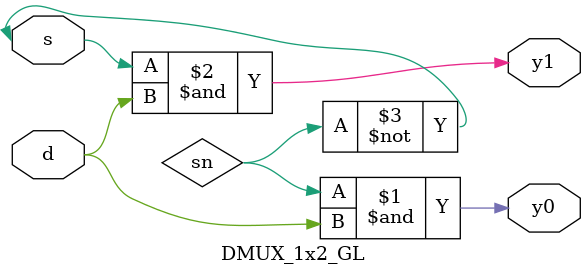
<source format=v>
`timescale 1ns / 1ps


module DMUX_1x2_GL(

input d,s, 
output y0,y1

    );
not n(s,sn);
and A0(y0,sn,d);
and A1(y1,s,d);
    
endmodule

</source>
